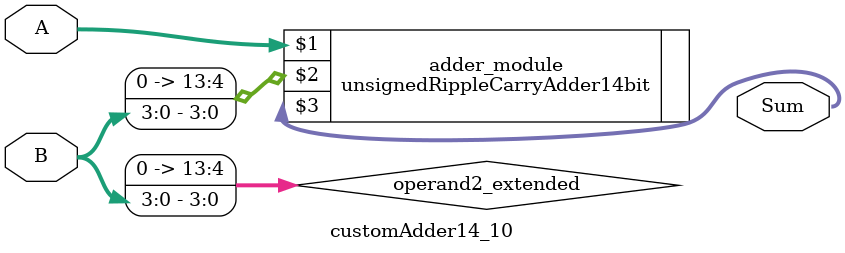
<source format=v>

module customAdder14_10(
                    input [13 : 0] A,
                    input [3 : 0] B,
                    
                    output [14 : 0] Sum
            );

    wire [13 : 0] operand2_extended;
    
    assign operand2_extended =  {10'b0, B};
    
    unsignedRippleCarryAdder14bit adder_module(
        A,
        operand2_extended,
        Sum
    );
    
endmodule
        
</source>
